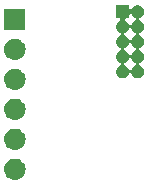
<source format=gbr>
G04 #@! TF.GenerationSoftware,KiCad,Pcbnew,5.0.2+dfsg1-1*
G04 #@! TF.CreationDate,2019-11-13T21:35:25-05:00*
G04 #@! TF.ProjectId,pms7003-conn,706d7337-3030-4332-9d63-6f6e6e2e6b69,rev?*
G04 #@! TF.SameCoordinates,Original*
G04 #@! TF.FileFunction,Soldermask,Bot*
G04 #@! TF.FilePolarity,Negative*
%FSLAX46Y46*%
G04 Gerber Fmt 4.6, Leading zero omitted, Abs format (unit mm)*
G04 Created by KiCad (PCBNEW 5.0.2+dfsg1-1) date Wed 13 Nov 2019 09:35:25 PM EST*
%MOMM*%
%LPD*%
G01*
G04 APERTURE LIST*
%ADD10C,0.100000*%
G04 APERTURE END LIST*
D10*
G36*
X146030442Y-52855518D02*
X146096627Y-52862037D01*
X146209853Y-52896384D01*
X146266467Y-52913557D01*
X146405087Y-52987652D01*
X146422991Y-52997222D01*
X146458729Y-53026552D01*
X146560186Y-53109814D01*
X146643448Y-53211271D01*
X146672778Y-53247009D01*
X146672779Y-53247011D01*
X146756443Y-53403533D01*
X146756443Y-53403534D01*
X146807963Y-53573373D01*
X146825359Y-53750000D01*
X146807963Y-53926627D01*
X146773616Y-54039853D01*
X146756443Y-54096467D01*
X146682348Y-54235087D01*
X146672778Y-54252991D01*
X146643448Y-54288729D01*
X146560186Y-54390186D01*
X146458729Y-54473448D01*
X146422991Y-54502778D01*
X146422989Y-54502779D01*
X146266467Y-54586443D01*
X146209853Y-54603616D01*
X146096627Y-54637963D01*
X146030443Y-54644481D01*
X145964260Y-54651000D01*
X145875740Y-54651000D01*
X145809557Y-54644481D01*
X145743373Y-54637963D01*
X145630147Y-54603616D01*
X145573533Y-54586443D01*
X145417011Y-54502779D01*
X145417009Y-54502778D01*
X145381271Y-54473448D01*
X145279814Y-54390186D01*
X145196552Y-54288729D01*
X145167222Y-54252991D01*
X145157652Y-54235087D01*
X145083557Y-54096467D01*
X145066384Y-54039853D01*
X145032037Y-53926627D01*
X145014641Y-53750000D01*
X145032037Y-53573373D01*
X145083557Y-53403534D01*
X145083557Y-53403533D01*
X145167221Y-53247011D01*
X145167222Y-53247009D01*
X145196552Y-53211271D01*
X145279814Y-53109814D01*
X145381271Y-53026552D01*
X145417009Y-52997222D01*
X145434913Y-52987652D01*
X145573533Y-52913557D01*
X145630147Y-52896384D01*
X145743373Y-52862037D01*
X145809558Y-52855518D01*
X145875740Y-52849000D01*
X145964260Y-52849000D01*
X146030442Y-52855518D01*
X146030442Y-52855518D01*
G37*
G36*
X146030443Y-50315519D02*
X146096627Y-50322037D01*
X146209853Y-50356384D01*
X146266467Y-50373557D01*
X146405087Y-50447652D01*
X146422991Y-50457222D01*
X146458729Y-50486552D01*
X146560186Y-50569814D01*
X146643448Y-50671271D01*
X146672778Y-50707009D01*
X146672779Y-50707011D01*
X146756443Y-50863533D01*
X146756443Y-50863534D01*
X146807963Y-51033373D01*
X146825359Y-51210000D01*
X146807963Y-51386627D01*
X146773616Y-51499853D01*
X146756443Y-51556467D01*
X146682348Y-51695087D01*
X146672778Y-51712991D01*
X146643448Y-51748729D01*
X146560186Y-51850186D01*
X146458729Y-51933448D01*
X146422991Y-51962778D01*
X146422989Y-51962779D01*
X146266467Y-52046443D01*
X146209853Y-52063616D01*
X146096627Y-52097963D01*
X146030442Y-52104482D01*
X145964260Y-52111000D01*
X145875740Y-52111000D01*
X145809557Y-52104481D01*
X145743373Y-52097963D01*
X145630147Y-52063616D01*
X145573533Y-52046443D01*
X145417011Y-51962779D01*
X145417009Y-51962778D01*
X145381271Y-51933448D01*
X145279814Y-51850186D01*
X145196552Y-51748729D01*
X145167222Y-51712991D01*
X145157652Y-51695087D01*
X145083557Y-51556467D01*
X145066384Y-51499853D01*
X145032037Y-51386627D01*
X145014641Y-51210000D01*
X145032037Y-51033373D01*
X145083557Y-50863534D01*
X145083557Y-50863533D01*
X145167221Y-50707011D01*
X145167222Y-50707009D01*
X145196552Y-50671271D01*
X145279814Y-50569814D01*
X145381271Y-50486552D01*
X145417009Y-50457222D01*
X145434913Y-50447652D01*
X145573533Y-50373557D01*
X145630147Y-50356384D01*
X145743373Y-50322037D01*
X145809557Y-50315519D01*
X145875740Y-50309000D01*
X145964260Y-50309000D01*
X146030443Y-50315519D01*
X146030443Y-50315519D01*
G37*
G36*
X146030442Y-47775518D02*
X146096627Y-47782037D01*
X146209853Y-47816384D01*
X146266467Y-47833557D01*
X146405087Y-47907652D01*
X146422991Y-47917222D01*
X146458729Y-47946552D01*
X146560186Y-48029814D01*
X146643448Y-48131271D01*
X146672778Y-48167009D01*
X146672779Y-48167011D01*
X146756443Y-48323533D01*
X146756443Y-48323534D01*
X146807963Y-48493373D01*
X146825359Y-48670000D01*
X146807963Y-48846627D01*
X146773616Y-48959853D01*
X146756443Y-49016467D01*
X146682348Y-49155087D01*
X146672778Y-49172991D01*
X146643448Y-49208729D01*
X146560186Y-49310186D01*
X146458729Y-49393448D01*
X146422991Y-49422778D01*
X146422989Y-49422779D01*
X146266467Y-49506443D01*
X146209853Y-49523616D01*
X146096627Y-49557963D01*
X146030442Y-49564482D01*
X145964260Y-49571000D01*
X145875740Y-49571000D01*
X145809558Y-49564482D01*
X145743373Y-49557963D01*
X145630147Y-49523616D01*
X145573533Y-49506443D01*
X145417011Y-49422779D01*
X145417009Y-49422778D01*
X145381271Y-49393448D01*
X145279814Y-49310186D01*
X145196552Y-49208729D01*
X145167222Y-49172991D01*
X145157652Y-49155087D01*
X145083557Y-49016467D01*
X145066384Y-48959853D01*
X145032037Y-48846627D01*
X145014641Y-48670000D01*
X145032037Y-48493373D01*
X145083557Y-48323534D01*
X145083557Y-48323533D01*
X145167221Y-48167011D01*
X145167222Y-48167009D01*
X145196552Y-48131271D01*
X145279814Y-48029814D01*
X145381271Y-47946552D01*
X145417009Y-47917222D01*
X145434913Y-47907652D01*
X145573533Y-47833557D01*
X145630147Y-47816384D01*
X145743373Y-47782037D01*
X145809557Y-47775519D01*
X145875740Y-47769000D01*
X145964260Y-47769000D01*
X146030442Y-47775518D01*
X146030442Y-47775518D01*
G37*
G36*
X146030443Y-45235519D02*
X146096627Y-45242037D01*
X146191624Y-45270854D01*
X146266467Y-45293557D01*
X146362349Y-45344808D01*
X146422991Y-45377222D01*
X146458729Y-45406552D01*
X146560186Y-45489814D01*
X146635047Y-45581034D01*
X146672778Y-45627009D01*
X146672779Y-45627011D01*
X146756443Y-45783533D01*
X146756443Y-45783534D01*
X146807963Y-45953373D01*
X146825359Y-46130000D01*
X146807963Y-46306627D01*
X146773616Y-46419853D01*
X146756443Y-46476467D01*
X146682348Y-46615087D01*
X146672778Y-46632991D01*
X146643448Y-46668729D01*
X146560186Y-46770186D01*
X146458729Y-46853448D01*
X146422991Y-46882778D01*
X146422989Y-46882779D01*
X146266467Y-46966443D01*
X146209853Y-46983616D01*
X146096627Y-47017963D01*
X146030443Y-47024481D01*
X145964260Y-47031000D01*
X145875740Y-47031000D01*
X145809557Y-47024481D01*
X145743373Y-47017963D01*
X145630147Y-46983616D01*
X145573533Y-46966443D01*
X145417011Y-46882779D01*
X145417009Y-46882778D01*
X145381271Y-46853448D01*
X145279814Y-46770186D01*
X145196552Y-46668729D01*
X145167222Y-46632991D01*
X145157652Y-46615087D01*
X145083557Y-46476467D01*
X145066384Y-46419853D01*
X145032037Y-46306627D01*
X145014641Y-46130000D01*
X145032037Y-45953373D01*
X145083557Y-45783534D01*
X145083557Y-45783533D01*
X145167221Y-45627011D01*
X145167222Y-45627009D01*
X145204953Y-45581034D01*
X145279814Y-45489814D01*
X145381271Y-45406552D01*
X145417009Y-45377222D01*
X145477651Y-45344808D01*
X145573533Y-45293557D01*
X145648376Y-45270854D01*
X145743373Y-45242037D01*
X145809557Y-45235519D01*
X145875740Y-45229000D01*
X145964260Y-45229000D01*
X146030443Y-45235519D01*
X146030443Y-45235519D01*
G37*
G36*
X155611000Y-40067262D02*
X155613402Y-40091648D01*
X155620515Y-40115097D01*
X155632066Y-40136708D01*
X155647612Y-40155650D01*
X155666554Y-40171196D01*
X155688165Y-40182747D01*
X155711614Y-40189860D01*
X155736000Y-40192262D01*
X155760386Y-40189860D01*
X155783835Y-40182747D01*
X155805446Y-40171196D01*
X155824388Y-40155650D01*
X155846236Y-40126192D01*
X155869644Y-40082400D01*
X155938499Y-39998499D01*
X156022400Y-39929644D01*
X156118121Y-39878479D01*
X156221985Y-39846973D01*
X156302933Y-39839000D01*
X156357067Y-39839000D01*
X156438015Y-39846973D01*
X156541879Y-39878479D01*
X156637600Y-39929644D01*
X156721501Y-39998499D01*
X156790356Y-40082400D01*
X156841521Y-40178121D01*
X156873027Y-40281985D01*
X156883666Y-40390000D01*
X156873027Y-40498015D01*
X156841521Y-40601879D01*
X156790356Y-40697600D01*
X156721501Y-40781501D01*
X156637600Y-40850356D01*
X156541879Y-40901521D01*
X156529142Y-40905385D01*
X156506507Y-40914760D01*
X156486133Y-40928374D01*
X156468806Y-40945701D01*
X156455192Y-40966076D01*
X156445814Y-40988715D01*
X156441034Y-41012748D01*
X156441034Y-41037252D01*
X156445815Y-41061286D01*
X156455192Y-41083925D01*
X156468806Y-41104299D01*
X156486133Y-41121626D01*
X156506508Y-41135240D01*
X156529142Y-41144615D01*
X156541879Y-41148479D01*
X156637600Y-41199644D01*
X156721501Y-41268499D01*
X156790356Y-41352400D01*
X156841521Y-41448121D01*
X156873027Y-41551985D01*
X156883666Y-41660000D01*
X156873027Y-41768015D01*
X156841521Y-41871879D01*
X156790356Y-41967600D01*
X156721501Y-42051501D01*
X156637600Y-42120356D01*
X156541879Y-42171521D01*
X156529142Y-42175385D01*
X156506507Y-42184760D01*
X156486133Y-42198374D01*
X156468806Y-42215701D01*
X156455192Y-42236076D01*
X156445814Y-42258715D01*
X156441034Y-42282748D01*
X156441034Y-42307252D01*
X156445815Y-42331286D01*
X156455192Y-42353925D01*
X156468806Y-42374299D01*
X156486133Y-42391626D01*
X156506508Y-42405240D01*
X156529142Y-42414615D01*
X156541879Y-42418479D01*
X156637600Y-42469644D01*
X156721501Y-42538499D01*
X156790356Y-42622400D01*
X156841521Y-42718121D01*
X156873027Y-42821985D01*
X156883666Y-42930000D01*
X156873027Y-43038015D01*
X156841521Y-43141879D01*
X156790356Y-43237600D01*
X156721501Y-43321501D01*
X156637600Y-43390356D01*
X156541879Y-43441521D01*
X156529142Y-43445385D01*
X156506507Y-43454760D01*
X156486133Y-43468374D01*
X156468806Y-43485701D01*
X156455192Y-43506076D01*
X156445814Y-43528715D01*
X156441034Y-43552748D01*
X156441034Y-43577252D01*
X156445815Y-43601286D01*
X156455192Y-43623925D01*
X156468806Y-43644299D01*
X156486133Y-43661626D01*
X156506508Y-43675240D01*
X156529142Y-43684615D01*
X156541879Y-43688479D01*
X156637600Y-43739644D01*
X156721501Y-43808499D01*
X156790356Y-43892400D01*
X156841521Y-43988121D01*
X156873027Y-44091985D01*
X156883666Y-44200000D01*
X156873027Y-44308015D01*
X156841521Y-44411879D01*
X156790356Y-44507600D01*
X156721501Y-44591501D01*
X156637600Y-44660356D01*
X156541879Y-44711521D01*
X156529142Y-44715385D01*
X156506507Y-44724760D01*
X156486133Y-44738374D01*
X156468806Y-44755701D01*
X156455192Y-44776076D01*
X156445814Y-44798715D01*
X156441034Y-44822748D01*
X156441034Y-44847252D01*
X156445815Y-44871286D01*
X156455192Y-44893925D01*
X156468806Y-44914299D01*
X156486133Y-44931626D01*
X156506508Y-44945240D01*
X156529142Y-44954615D01*
X156541879Y-44958479D01*
X156637600Y-45009644D01*
X156721501Y-45078499D01*
X156790356Y-45162400D01*
X156841521Y-45258121D01*
X156873027Y-45361985D01*
X156883666Y-45470000D01*
X156873027Y-45578015D01*
X156841521Y-45681879D01*
X156790356Y-45777600D01*
X156721501Y-45861501D01*
X156637600Y-45930356D01*
X156541879Y-45981521D01*
X156438015Y-46013027D01*
X156357067Y-46021000D01*
X156302933Y-46021000D01*
X156221985Y-46013027D01*
X156118121Y-45981521D01*
X156022400Y-45930356D01*
X155938499Y-45861501D01*
X155869644Y-45777600D01*
X155818479Y-45681879D01*
X155814615Y-45669142D01*
X155805240Y-45646507D01*
X155791626Y-45626133D01*
X155774299Y-45608806D01*
X155753924Y-45595192D01*
X155731285Y-45585814D01*
X155707252Y-45581034D01*
X155682748Y-45581034D01*
X155658714Y-45585815D01*
X155636075Y-45595192D01*
X155615701Y-45608806D01*
X155598374Y-45626133D01*
X155584760Y-45646508D01*
X155575385Y-45669142D01*
X155571521Y-45681879D01*
X155520356Y-45777600D01*
X155451501Y-45861501D01*
X155367600Y-45930356D01*
X155271879Y-45981521D01*
X155168015Y-46013027D01*
X155087067Y-46021000D01*
X155032933Y-46021000D01*
X154951985Y-46013027D01*
X154848121Y-45981521D01*
X154752400Y-45930356D01*
X154668499Y-45861501D01*
X154599644Y-45777600D01*
X154548479Y-45681879D01*
X154516973Y-45578015D01*
X154506334Y-45470000D01*
X154516973Y-45361985D01*
X154548479Y-45258121D01*
X154599644Y-45162400D01*
X154668499Y-45078499D01*
X154752400Y-45009644D01*
X154848121Y-44958479D01*
X154860858Y-44954615D01*
X154883493Y-44945240D01*
X154903867Y-44931626D01*
X154921194Y-44914299D01*
X154934808Y-44893924D01*
X154944186Y-44871285D01*
X154948966Y-44847252D01*
X154948966Y-44822748D01*
X155171034Y-44822748D01*
X155171034Y-44847252D01*
X155175815Y-44871286D01*
X155185192Y-44893925D01*
X155198806Y-44914299D01*
X155216133Y-44931626D01*
X155236508Y-44945240D01*
X155259142Y-44954615D01*
X155271879Y-44958479D01*
X155367600Y-45009644D01*
X155451501Y-45078499D01*
X155520356Y-45162400D01*
X155571521Y-45258121D01*
X155575383Y-45270854D01*
X155584760Y-45293493D01*
X155598374Y-45313867D01*
X155615701Y-45331194D01*
X155636076Y-45344808D01*
X155658715Y-45354186D01*
X155682748Y-45358966D01*
X155707252Y-45358966D01*
X155731286Y-45354185D01*
X155753925Y-45344808D01*
X155774299Y-45331194D01*
X155791626Y-45313867D01*
X155805240Y-45293492D01*
X155814617Y-45270854D01*
X155818479Y-45258121D01*
X155869644Y-45162400D01*
X155938499Y-45078499D01*
X156022400Y-45009644D01*
X156118121Y-44958479D01*
X156130858Y-44954615D01*
X156153493Y-44945240D01*
X156173867Y-44931626D01*
X156191194Y-44914299D01*
X156204808Y-44893924D01*
X156214186Y-44871285D01*
X156218966Y-44847252D01*
X156218966Y-44822748D01*
X156214185Y-44798714D01*
X156204808Y-44776075D01*
X156191194Y-44755701D01*
X156173867Y-44738374D01*
X156153492Y-44724760D01*
X156130858Y-44715385D01*
X156118121Y-44711521D01*
X156022400Y-44660356D01*
X155938499Y-44591501D01*
X155869644Y-44507600D01*
X155818479Y-44411879D01*
X155814615Y-44399142D01*
X155805240Y-44376507D01*
X155791626Y-44356133D01*
X155774299Y-44338806D01*
X155753924Y-44325192D01*
X155731285Y-44315814D01*
X155707252Y-44311034D01*
X155682748Y-44311034D01*
X155658714Y-44315815D01*
X155636075Y-44325192D01*
X155615701Y-44338806D01*
X155598374Y-44356133D01*
X155584760Y-44376508D01*
X155575385Y-44399142D01*
X155571521Y-44411879D01*
X155520356Y-44507600D01*
X155451501Y-44591501D01*
X155367600Y-44660356D01*
X155271879Y-44711521D01*
X155259142Y-44715385D01*
X155236507Y-44724760D01*
X155216133Y-44738374D01*
X155198806Y-44755701D01*
X155185192Y-44776076D01*
X155175814Y-44798715D01*
X155171034Y-44822748D01*
X154948966Y-44822748D01*
X154944185Y-44798714D01*
X154934808Y-44776075D01*
X154921194Y-44755701D01*
X154903867Y-44738374D01*
X154883492Y-44724760D01*
X154860858Y-44715385D01*
X154848121Y-44711521D01*
X154752400Y-44660356D01*
X154668499Y-44591501D01*
X154599644Y-44507600D01*
X154548479Y-44411879D01*
X154516973Y-44308015D01*
X154506334Y-44200000D01*
X154516973Y-44091985D01*
X154548479Y-43988121D01*
X154599644Y-43892400D01*
X154668499Y-43808499D01*
X154752400Y-43739644D01*
X154848121Y-43688479D01*
X154860858Y-43684615D01*
X154883493Y-43675240D01*
X154903867Y-43661626D01*
X154921194Y-43644299D01*
X154934808Y-43623924D01*
X154944186Y-43601285D01*
X154948966Y-43577252D01*
X154948966Y-43552748D01*
X155171034Y-43552748D01*
X155171034Y-43577252D01*
X155175815Y-43601286D01*
X155185192Y-43623925D01*
X155198806Y-43644299D01*
X155216133Y-43661626D01*
X155236508Y-43675240D01*
X155259142Y-43684615D01*
X155271879Y-43688479D01*
X155367600Y-43739644D01*
X155451501Y-43808499D01*
X155520356Y-43892400D01*
X155571521Y-43988121D01*
X155575383Y-44000854D01*
X155584760Y-44023493D01*
X155598374Y-44043867D01*
X155615701Y-44061194D01*
X155636076Y-44074808D01*
X155658715Y-44084186D01*
X155682748Y-44088966D01*
X155707252Y-44088966D01*
X155731286Y-44084185D01*
X155753925Y-44074808D01*
X155774299Y-44061194D01*
X155791626Y-44043867D01*
X155805240Y-44023492D01*
X155814617Y-44000854D01*
X155818479Y-43988121D01*
X155869644Y-43892400D01*
X155938499Y-43808499D01*
X156022400Y-43739644D01*
X156118121Y-43688479D01*
X156130858Y-43684615D01*
X156153493Y-43675240D01*
X156173867Y-43661626D01*
X156191194Y-43644299D01*
X156204808Y-43623924D01*
X156214186Y-43601285D01*
X156218966Y-43577252D01*
X156218966Y-43552748D01*
X156214185Y-43528714D01*
X156204808Y-43506075D01*
X156191194Y-43485701D01*
X156173867Y-43468374D01*
X156153492Y-43454760D01*
X156130858Y-43445385D01*
X156118121Y-43441521D01*
X156022400Y-43390356D01*
X155938499Y-43321501D01*
X155869644Y-43237600D01*
X155818479Y-43141879D01*
X155814615Y-43129142D01*
X155805240Y-43106507D01*
X155791626Y-43086133D01*
X155774299Y-43068806D01*
X155753924Y-43055192D01*
X155731285Y-43045814D01*
X155707252Y-43041034D01*
X155682748Y-43041034D01*
X155658714Y-43045815D01*
X155636075Y-43055192D01*
X155615701Y-43068806D01*
X155598374Y-43086133D01*
X155584760Y-43106508D01*
X155575385Y-43129142D01*
X155571521Y-43141879D01*
X155520356Y-43237600D01*
X155451501Y-43321501D01*
X155367600Y-43390356D01*
X155271879Y-43441521D01*
X155259142Y-43445385D01*
X155236507Y-43454760D01*
X155216133Y-43468374D01*
X155198806Y-43485701D01*
X155185192Y-43506076D01*
X155175814Y-43528715D01*
X155171034Y-43552748D01*
X154948966Y-43552748D01*
X154944185Y-43528714D01*
X154934808Y-43506075D01*
X154921194Y-43485701D01*
X154903867Y-43468374D01*
X154883492Y-43454760D01*
X154860858Y-43445385D01*
X154848121Y-43441521D01*
X154752400Y-43390356D01*
X154668499Y-43321501D01*
X154599644Y-43237600D01*
X154548479Y-43141879D01*
X154516973Y-43038015D01*
X154506334Y-42930000D01*
X154516973Y-42821985D01*
X154548479Y-42718121D01*
X154599644Y-42622400D01*
X154668499Y-42538499D01*
X154752400Y-42469644D01*
X154848121Y-42418479D01*
X154860858Y-42414615D01*
X154883493Y-42405240D01*
X154903867Y-42391626D01*
X154921194Y-42374299D01*
X154934808Y-42353924D01*
X154944186Y-42331285D01*
X154948966Y-42307252D01*
X154948966Y-42282748D01*
X155171034Y-42282748D01*
X155171034Y-42307252D01*
X155175815Y-42331286D01*
X155185192Y-42353925D01*
X155198806Y-42374299D01*
X155216133Y-42391626D01*
X155236508Y-42405240D01*
X155259142Y-42414615D01*
X155271879Y-42418479D01*
X155367600Y-42469644D01*
X155451501Y-42538499D01*
X155520356Y-42622400D01*
X155571521Y-42718121D01*
X155575383Y-42730854D01*
X155584760Y-42753493D01*
X155598374Y-42773867D01*
X155615701Y-42791194D01*
X155636076Y-42804808D01*
X155658715Y-42814186D01*
X155682748Y-42818966D01*
X155707252Y-42818966D01*
X155731286Y-42814185D01*
X155753925Y-42804808D01*
X155774299Y-42791194D01*
X155791626Y-42773867D01*
X155805240Y-42753492D01*
X155814617Y-42730854D01*
X155818479Y-42718121D01*
X155869644Y-42622400D01*
X155938499Y-42538499D01*
X156022400Y-42469644D01*
X156118121Y-42418479D01*
X156130858Y-42414615D01*
X156153493Y-42405240D01*
X156173867Y-42391626D01*
X156191194Y-42374299D01*
X156204808Y-42353924D01*
X156214186Y-42331285D01*
X156218966Y-42307252D01*
X156218966Y-42282748D01*
X156214185Y-42258714D01*
X156204808Y-42236075D01*
X156191194Y-42215701D01*
X156173867Y-42198374D01*
X156153492Y-42184760D01*
X156130858Y-42175385D01*
X156118121Y-42171521D01*
X156022400Y-42120356D01*
X155938499Y-42051501D01*
X155869644Y-41967600D01*
X155818479Y-41871879D01*
X155814615Y-41859142D01*
X155805240Y-41836507D01*
X155791626Y-41816133D01*
X155774299Y-41798806D01*
X155753924Y-41785192D01*
X155731285Y-41775814D01*
X155707252Y-41771034D01*
X155682748Y-41771034D01*
X155658714Y-41775815D01*
X155636075Y-41785192D01*
X155615701Y-41798806D01*
X155598374Y-41816133D01*
X155584760Y-41836508D01*
X155575385Y-41859142D01*
X155571521Y-41871879D01*
X155520356Y-41967600D01*
X155451501Y-42051501D01*
X155367600Y-42120356D01*
X155271879Y-42171521D01*
X155259142Y-42175385D01*
X155236507Y-42184760D01*
X155216133Y-42198374D01*
X155198806Y-42215701D01*
X155185192Y-42236076D01*
X155175814Y-42258715D01*
X155171034Y-42282748D01*
X154948966Y-42282748D01*
X154944185Y-42258714D01*
X154934808Y-42236075D01*
X154921194Y-42215701D01*
X154903867Y-42198374D01*
X154883492Y-42184760D01*
X154860858Y-42175385D01*
X154848121Y-42171521D01*
X154752400Y-42120356D01*
X154668499Y-42051501D01*
X154599644Y-41967600D01*
X154548479Y-41871879D01*
X154516973Y-41768015D01*
X154506334Y-41660000D01*
X154516973Y-41551985D01*
X154548479Y-41448121D01*
X154599644Y-41352400D01*
X154668499Y-41268499D01*
X154752400Y-41199644D01*
X154796195Y-41176234D01*
X154816561Y-41162626D01*
X154833889Y-41145299D01*
X154847502Y-41124924D01*
X154856880Y-41102285D01*
X154861660Y-41078252D01*
X154861660Y-41066000D01*
X155257738Y-41066000D01*
X155260140Y-41090386D01*
X155267253Y-41113835D01*
X155278804Y-41135446D01*
X155294350Y-41154388D01*
X155323808Y-41176236D01*
X155367600Y-41199644D01*
X155451501Y-41268499D01*
X155520356Y-41352400D01*
X155571521Y-41448121D01*
X155575383Y-41460854D01*
X155584760Y-41483493D01*
X155598374Y-41503867D01*
X155615701Y-41521194D01*
X155636076Y-41534808D01*
X155658715Y-41544186D01*
X155682748Y-41548966D01*
X155707252Y-41548966D01*
X155731286Y-41544185D01*
X155753925Y-41534808D01*
X155774299Y-41521194D01*
X155791626Y-41503867D01*
X155805240Y-41483492D01*
X155814617Y-41460854D01*
X155818479Y-41448121D01*
X155869644Y-41352400D01*
X155938499Y-41268499D01*
X156022400Y-41199644D01*
X156118121Y-41148479D01*
X156130858Y-41144615D01*
X156153493Y-41135240D01*
X156173867Y-41121626D01*
X156191194Y-41104299D01*
X156204808Y-41083924D01*
X156214186Y-41061285D01*
X156218966Y-41037252D01*
X156218966Y-41012748D01*
X156214185Y-40988714D01*
X156204808Y-40966075D01*
X156191194Y-40945701D01*
X156173867Y-40928374D01*
X156153492Y-40914760D01*
X156130858Y-40905385D01*
X156118121Y-40901521D01*
X156022400Y-40850356D01*
X155938499Y-40781501D01*
X155869644Y-40697600D01*
X155846234Y-40653805D01*
X155832626Y-40633439D01*
X155815299Y-40616111D01*
X155794924Y-40602498D01*
X155772285Y-40593120D01*
X155748252Y-40588340D01*
X155723748Y-40588340D01*
X155699714Y-40593121D01*
X155677075Y-40602498D01*
X155656701Y-40616112D01*
X155639373Y-40633439D01*
X155625760Y-40653814D01*
X155616382Y-40676453D01*
X155611000Y-40712738D01*
X155611000Y-40941000D01*
X155382738Y-40941000D01*
X155358352Y-40943402D01*
X155334903Y-40950515D01*
X155313292Y-40962066D01*
X155294350Y-40977612D01*
X155278804Y-40996554D01*
X155267253Y-41018165D01*
X155260140Y-41041614D01*
X155257738Y-41066000D01*
X154861660Y-41066000D01*
X154861660Y-41053748D01*
X154856879Y-41029714D01*
X154847502Y-41007075D01*
X154833888Y-40986701D01*
X154816561Y-40969373D01*
X154796186Y-40955760D01*
X154773547Y-40946382D01*
X154737262Y-40941000D01*
X154509000Y-40941000D01*
X154509000Y-39839000D01*
X155611000Y-39839000D01*
X155611000Y-40067262D01*
X155611000Y-40067262D01*
G37*
G36*
X146030442Y-42695518D02*
X146096627Y-42702037D01*
X146191624Y-42730854D01*
X146266467Y-42753557D01*
X146362349Y-42804808D01*
X146422991Y-42837222D01*
X146458729Y-42866552D01*
X146560186Y-42949814D01*
X146635047Y-43041034D01*
X146672778Y-43087009D01*
X146672779Y-43087011D01*
X146756443Y-43243533D01*
X146756443Y-43243534D01*
X146807963Y-43413373D01*
X146825359Y-43590000D01*
X146807963Y-43766627D01*
X146795261Y-43808499D01*
X146756443Y-43936467D01*
X146728833Y-43988121D01*
X146672778Y-44092991D01*
X146643448Y-44128729D01*
X146560186Y-44230186D01*
X146465352Y-44308013D01*
X146422991Y-44342778D01*
X146422989Y-44342779D01*
X146266467Y-44426443D01*
X146209853Y-44443616D01*
X146096627Y-44477963D01*
X146030443Y-44484481D01*
X145964260Y-44491000D01*
X145875740Y-44491000D01*
X145809558Y-44484482D01*
X145743373Y-44477963D01*
X145630147Y-44443616D01*
X145573533Y-44426443D01*
X145417011Y-44342779D01*
X145417009Y-44342778D01*
X145374648Y-44308013D01*
X145279814Y-44230186D01*
X145196552Y-44128729D01*
X145167222Y-44092991D01*
X145111167Y-43988121D01*
X145083557Y-43936467D01*
X145044739Y-43808499D01*
X145032037Y-43766627D01*
X145014641Y-43590000D01*
X145032037Y-43413373D01*
X145083557Y-43243534D01*
X145083557Y-43243533D01*
X145167221Y-43087011D01*
X145167222Y-43087009D01*
X145204953Y-43041034D01*
X145279814Y-42949814D01*
X145381271Y-42866552D01*
X145417009Y-42837222D01*
X145477651Y-42804808D01*
X145573533Y-42753557D01*
X145648376Y-42730854D01*
X145743373Y-42702037D01*
X145809558Y-42695518D01*
X145875740Y-42689000D01*
X145964260Y-42689000D01*
X146030442Y-42695518D01*
X146030442Y-42695518D01*
G37*
G36*
X146821000Y-41951000D02*
X145019000Y-41951000D01*
X145019000Y-40149000D01*
X146821000Y-40149000D01*
X146821000Y-41951000D01*
X146821000Y-41951000D01*
G37*
M02*

</source>
